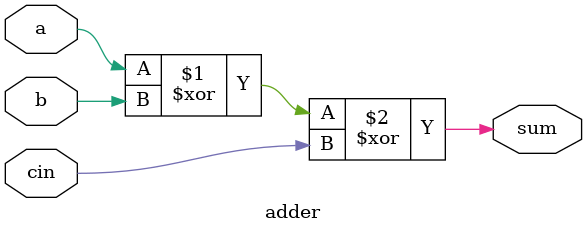
<source format=v>
`timescale 1ns / 1ps

module subtractor(
    input [31:0]a, 
    input [31:0]b, 
    input c0, 
    output [31:0]s,
    );

	wire [31:1]c;
	assign c0 = 1;
	full_adder l0 (a[0] , ~b[0], c0, s[0], c[1]);
	full_adder l1 (a[1] , ~b[1], c[1], s[1], c[2]);
	full_adder l2 (a[2] , ~b[2], c[2], s[2], c[3]);
	full_adder l3 (a[3] , ~b[3], c[3], s[3], c[4]);
	full_adder l4 (a[4] , ~b[4], c[4], s[4], c[5]);
	full_adder l5 (a[5] , ~b[5], c[5], s[5], c[6]);
	full_adder l6 (a[6] , ~b[6], c[6], s[6], c[7]);
	full_adder l7 (a[7] , ~b[7], c[7], s[7], c[8]);
	full_adder l8 (a[8] , ~b[8], c[8], s[8], c[9]);
	full_adder l9 (a[9] , ~b[9], c[9], s[9], c[10]);
	full_adder l10 (a[10] , ~b[10], c[10], s[10], c[11]);
	full_adder l11 (a[11] , ~b[11], c[11], s[11], c[12]);
	full_adder l12 (a[12] , ~b[12], c[12], s[12], c[13]);
	full_adder l13 (a[13] , ~b[13], c[13], s[13], c[14]);
	full_adder l14 (a[14] , ~b[14], c[14], s[14], c[15]);
	full_adder l15 (a[15] , ~b[15], c[15], s[15], c[16]);
	full_adder l16 (a[16] , ~b[16], c[16], s[16], c[17]);
	full_adder l17 (a[17] , ~b[17], c[17], s[17], c[18]);
	full_adder l18 (a[18] , ~b[18], c[18], s[18], c[19]);
	full_adder l19 (a[19] , ~b[19], c[19], s[19], c[20]);
	full_adder l20 (a[20] , ~b[20], c[20], s[20], c[21]);
	full_adder l21 (a[21] , ~b[21], c[21], s[21], c[22]);
	full_adder l22 (a[22] , ~b[22], c[22], s[22], c[23]);
	full_adder l23 (a[23] , ~b[23], c[23], s[23], c[24]);
	full_adder l24 (a[24] , ~b[24], c[24], s[24], c[25]);
	full_adder l25 (a[25] , ~b[25], c[25], s[25], c[26]);
	full_adder l26 (a[26] , ~b[26], c[26], s[26], c[27]);
	full_adder l27 (a[27] , ~b[27], c[27], s[27], c[28]);
	full_adder l28 (a[28] , ~b[28], c[28], s[28], c[29]);
	full_adder l29 (a[29] , ~b[29], c[29], s[29], c[30]);
	full_adder l30 (a[30] , ~b[30], c[30], s[30], c[31]);
	adder l31 (a[31] , ~b[31], c[31], s[31]);

endmodule

module full_adder(input a, input b, input cin, output sum, output cout);

	assign sum = a^b^cin;
	assign cout = ((a&b) | (cin&a) | (cin&b));

endmodule

module adder(input a, input b, input cin, output sum);

	assign sum = a^b^cin;

endmodule

</source>
